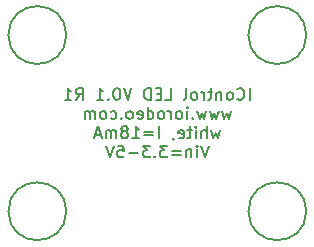
<source format=gbr>
%TF.GenerationSoftware,KiCad,Pcbnew,7.0.2-6a45011f42~172~ubuntu22.04.1*%
%TF.CreationDate,2023-09-15T12:56:15-07:00*%
%TF.ProjectId,i_control_led,695f636f-6e74-4726-9f6c-5f6c65642e6b,rev?*%
%TF.SameCoordinates,Original*%
%TF.FileFunction,Legend,Bot*%
%TF.FilePolarity,Positive*%
%FSLAX46Y46*%
G04 Gerber Fmt 4.6, Leading zero omitted, Abs format (unit mm)*
G04 Created by KiCad (PCBNEW 7.0.2-6a45011f42~172~ubuntu22.04.1) date 2023-09-15 12:56:15*
%MOMM*%
%LPD*%
G01*
G04 APERTURE LIST*
%ADD10C,0.150000*%
G04 APERTURE END LIST*
D10*
X70509524Y-58032619D02*
X70509524Y-57032619D01*
X69461906Y-57937380D02*
X69509525Y-57985000D01*
X69509525Y-57985000D02*
X69652382Y-58032619D01*
X69652382Y-58032619D02*
X69747620Y-58032619D01*
X69747620Y-58032619D02*
X69890477Y-57985000D01*
X69890477Y-57985000D02*
X69985715Y-57889761D01*
X69985715Y-57889761D02*
X70033334Y-57794523D01*
X70033334Y-57794523D02*
X70080953Y-57604047D01*
X70080953Y-57604047D02*
X70080953Y-57461190D01*
X70080953Y-57461190D02*
X70033334Y-57270714D01*
X70033334Y-57270714D02*
X69985715Y-57175476D01*
X69985715Y-57175476D02*
X69890477Y-57080238D01*
X69890477Y-57080238D02*
X69747620Y-57032619D01*
X69747620Y-57032619D02*
X69652382Y-57032619D01*
X69652382Y-57032619D02*
X69509525Y-57080238D01*
X69509525Y-57080238D02*
X69461906Y-57127857D01*
X68890477Y-58032619D02*
X68985715Y-57985000D01*
X68985715Y-57985000D02*
X69033334Y-57937380D01*
X69033334Y-57937380D02*
X69080953Y-57842142D01*
X69080953Y-57842142D02*
X69080953Y-57556428D01*
X69080953Y-57556428D02*
X69033334Y-57461190D01*
X69033334Y-57461190D02*
X68985715Y-57413571D01*
X68985715Y-57413571D02*
X68890477Y-57365952D01*
X68890477Y-57365952D02*
X68747620Y-57365952D01*
X68747620Y-57365952D02*
X68652382Y-57413571D01*
X68652382Y-57413571D02*
X68604763Y-57461190D01*
X68604763Y-57461190D02*
X68557144Y-57556428D01*
X68557144Y-57556428D02*
X68557144Y-57842142D01*
X68557144Y-57842142D02*
X68604763Y-57937380D01*
X68604763Y-57937380D02*
X68652382Y-57985000D01*
X68652382Y-57985000D02*
X68747620Y-58032619D01*
X68747620Y-58032619D02*
X68890477Y-58032619D01*
X68128572Y-57365952D02*
X68128572Y-58032619D01*
X68128572Y-57461190D02*
X68080953Y-57413571D01*
X68080953Y-57413571D02*
X67985715Y-57365952D01*
X67985715Y-57365952D02*
X67842858Y-57365952D01*
X67842858Y-57365952D02*
X67747620Y-57413571D01*
X67747620Y-57413571D02*
X67700001Y-57508809D01*
X67700001Y-57508809D02*
X67700001Y-58032619D01*
X67366667Y-57365952D02*
X66985715Y-57365952D01*
X67223810Y-57032619D02*
X67223810Y-57889761D01*
X67223810Y-57889761D02*
X67176191Y-57985000D01*
X67176191Y-57985000D02*
X67080953Y-58032619D01*
X67080953Y-58032619D02*
X66985715Y-58032619D01*
X66652381Y-58032619D02*
X66652381Y-57365952D01*
X66652381Y-57556428D02*
X66604762Y-57461190D01*
X66604762Y-57461190D02*
X66557143Y-57413571D01*
X66557143Y-57413571D02*
X66461905Y-57365952D01*
X66461905Y-57365952D02*
X66366667Y-57365952D01*
X65890476Y-58032619D02*
X65985714Y-57985000D01*
X65985714Y-57985000D02*
X66033333Y-57937380D01*
X66033333Y-57937380D02*
X66080952Y-57842142D01*
X66080952Y-57842142D02*
X66080952Y-57556428D01*
X66080952Y-57556428D02*
X66033333Y-57461190D01*
X66033333Y-57461190D02*
X65985714Y-57413571D01*
X65985714Y-57413571D02*
X65890476Y-57365952D01*
X65890476Y-57365952D02*
X65747619Y-57365952D01*
X65747619Y-57365952D02*
X65652381Y-57413571D01*
X65652381Y-57413571D02*
X65604762Y-57461190D01*
X65604762Y-57461190D02*
X65557143Y-57556428D01*
X65557143Y-57556428D02*
X65557143Y-57842142D01*
X65557143Y-57842142D02*
X65604762Y-57937380D01*
X65604762Y-57937380D02*
X65652381Y-57985000D01*
X65652381Y-57985000D02*
X65747619Y-58032619D01*
X65747619Y-58032619D02*
X65890476Y-58032619D01*
X64985714Y-58032619D02*
X65080952Y-57985000D01*
X65080952Y-57985000D02*
X65128571Y-57889761D01*
X65128571Y-57889761D02*
X65128571Y-57032619D01*
X63366666Y-58032619D02*
X63842856Y-58032619D01*
X63842856Y-58032619D02*
X63842856Y-57032619D01*
X63033332Y-57508809D02*
X62699999Y-57508809D01*
X62557142Y-58032619D02*
X63033332Y-58032619D01*
X63033332Y-58032619D02*
X63033332Y-57032619D01*
X63033332Y-57032619D02*
X62557142Y-57032619D01*
X62128570Y-58032619D02*
X62128570Y-57032619D01*
X62128570Y-57032619D02*
X61890475Y-57032619D01*
X61890475Y-57032619D02*
X61747618Y-57080238D01*
X61747618Y-57080238D02*
X61652380Y-57175476D01*
X61652380Y-57175476D02*
X61604761Y-57270714D01*
X61604761Y-57270714D02*
X61557142Y-57461190D01*
X61557142Y-57461190D02*
X61557142Y-57604047D01*
X61557142Y-57604047D02*
X61604761Y-57794523D01*
X61604761Y-57794523D02*
X61652380Y-57889761D01*
X61652380Y-57889761D02*
X61747618Y-57985000D01*
X61747618Y-57985000D02*
X61890475Y-58032619D01*
X61890475Y-58032619D02*
X62128570Y-58032619D01*
X60509522Y-57032619D02*
X60176189Y-58032619D01*
X60176189Y-58032619D02*
X59842856Y-57032619D01*
X59319046Y-57032619D02*
X59223808Y-57032619D01*
X59223808Y-57032619D02*
X59128570Y-57080238D01*
X59128570Y-57080238D02*
X59080951Y-57127857D01*
X59080951Y-57127857D02*
X59033332Y-57223095D01*
X59033332Y-57223095D02*
X58985713Y-57413571D01*
X58985713Y-57413571D02*
X58985713Y-57651666D01*
X58985713Y-57651666D02*
X59033332Y-57842142D01*
X59033332Y-57842142D02*
X59080951Y-57937380D01*
X59080951Y-57937380D02*
X59128570Y-57985000D01*
X59128570Y-57985000D02*
X59223808Y-58032619D01*
X59223808Y-58032619D02*
X59319046Y-58032619D01*
X59319046Y-58032619D02*
X59414284Y-57985000D01*
X59414284Y-57985000D02*
X59461903Y-57937380D01*
X59461903Y-57937380D02*
X59509522Y-57842142D01*
X59509522Y-57842142D02*
X59557141Y-57651666D01*
X59557141Y-57651666D02*
X59557141Y-57413571D01*
X59557141Y-57413571D02*
X59509522Y-57223095D01*
X59509522Y-57223095D02*
X59461903Y-57127857D01*
X59461903Y-57127857D02*
X59414284Y-57080238D01*
X59414284Y-57080238D02*
X59319046Y-57032619D01*
X58557141Y-57937380D02*
X58509522Y-57985000D01*
X58509522Y-57985000D02*
X58557141Y-58032619D01*
X58557141Y-58032619D02*
X58604760Y-57985000D01*
X58604760Y-57985000D02*
X58557141Y-57937380D01*
X58557141Y-57937380D02*
X58557141Y-58032619D01*
X57557142Y-58032619D02*
X58128570Y-58032619D01*
X57842856Y-58032619D02*
X57842856Y-57032619D01*
X57842856Y-57032619D02*
X57938094Y-57175476D01*
X57938094Y-57175476D02*
X58033332Y-57270714D01*
X58033332Y-57270714D02*
X58128570Y-57318333D01*
X55795237Y-58032619D02*
X56128570Y-57556428D01*
X56366665Y-58032619D02*
X56366665Y-57032619D01*
X56366665Y-57032619D02*
X55985713Y-57032619D01*
X55985713Y-57032619D02*
X55890475Y-57080238D01*
X55890475Y-57080238D02*
X55842856Y-57127857D01*
X55842856Y-57127857D02*
X55795237Y-57223095D01*
X55795237Y-57223095D02*
X55795237Y-57365952D01*
X55795237Y-57365952D02*
X55842856Y-57461190D01*
X55842856Y-57461190D02*
X55890475Y-57508809D01*
X55890475Y-57508809D02*
X55985713Y-57556428D01*
X55985713Y-57556428D02*
X56366665Y-57556428D01*
X54842856Y-58032619D02*
X55414284Y-58032619D01*
X55128570Y-58032619D02*
X55128570Y-57032619D01*
X55128570Y-57032619D02*
X55223808Y-57175476D01*
X55223808Y-57175476D02*
X55319046Y-57270714D01*
X55319046Y-57270714D02*
X55414284Y-57318333D01*
X68938094Y-58985952D02*
X68747618Y-59652619D01*
X68747618Y-59652619D02*
X68557142Y-59176428D01*
X68557142Y-59176428D02*
X68366666Y-59652619D01*
X68366666Y-59652619D02*
X68176190Y-58985952D01*
X67890475Y-58985952D02*
X67699999Y-59652619D01*
X67699999Y-59652619D02*
X67509523Y-59176428D01*
X67509523Y-59176428D02*
X67319047Y-59652619D01*
X67319047Y-59652619D02*
X67128571Y-58985952D01*
X66842856Y-58985952D02*
X66652380Y-59652619D01*
X66652380Y-59652619D02*
X66461904Y-59176428D01*
X66461904Y-59176428D02*
X66271428Y-59652619D01*
X66271428Y-59652619D02*
X66080952Y-58985952D01*
X65699999Y-59557380D02*
X65652380Y-59605000D01*
X65652380Y-59605000D02*
X65699999Y-59652619D01*
X65699999Y-59652619D02*
X65747618Y-59605000D01*
X65747618Y-59605000D02*
X65699999Y-59557380D01*
X65699999Y-59557380D02*
X65699999Y-59652619D01*
X65223809Y-59652619D02*
X65223809Y-58985952D01*
X65223809Y-58652619D02*
X65271428Y-58700238D01*
X65271428Y-58700238D02*
X65223809Y-58747857D01*
X65223809Y-58747857D02*
X65176190Y-58700238D01*
X65176190Y-58700238D02*
X65223809Y-58652619D01*
X65223809Y-58652619D02*
X65223809Y-58747857D01*
X64604762Y-59652619D02*
X64700000Y-59605000D01*
X64700000Y-59605000D02*
X64747619Y-59557380D01*
X64747619Y-59557380D02*
X64795238Y-59462142D01*
X64795238Y-59462142D02*
X64795238Y-59176428D01*
X64795238Y-59176428D02*
X64747619Y-59081190D01*
X64747619Y-59081190D02*
X64700000Y-59033571D01*
X64700000Y-59033571D02*
X64604762Y-58985952D01*
X64604762Y-58985952D02*
X64461905Y-58985952D01*
X64461905Y-58985952D02*
X64366667Y-59033571D01*
X64366667Y-59033571D02*
X64319048Y-59081190D01*
X64319048Y-59081190D02*
X64271429Y-59176428D01*
X64271429Y-59176428D02*
X64271429Y-59462142D01*
X64271429Y-59462142D02*
X64319048Y-59557380D01*
X64319048Y-59557380D02*
X64366667Y-59605000D01*
X64366667Y-59605000D02*
X64461905Y-59652619D01*
X64461905Y-59652619D02*
X64604762Y-59652619D01*
X63842857Y-59652619D02*
X63842857Y-58985952D01*
X63842857Y-59176428D02*
X63795238Y-59081190D01*
X63795238Y-59081190D02*
X63747619Y-59033571D01*
X63747619Y-59033571D02*
X63652381Y-58985952D01*
X63652381Y-58985952D02*
X63557143Y-58985952D01*
X63080952Y-59652619D02*
X63176190Y-59605000D01*
X63176190Y-59605000D02*
X63223809Y-59557380D01*
X63223809Y-59557380D02*
X63271428Y-59462142D01*
X63271428Y-59462142D02*
X63271428Y-59176428D01*
X63271428Y-59176428D02*
X63223809Y-59081190D01*
X63223809Y-59081190D02*
X63176190Y-59033571D01*
X63176190Y-59033571D02*
X63080952Y-58985952D01*
X63080952Y-58985952D02*
X62938095Y-58985952D01*
X62938095Y-58985952D02*
X62842857Y-59033571D01*
X62842857Y-59033571D02*
X62795238Y-59081190D01*
X62795238Y-59081190D02*
X62747619Y-59176428D01*
X62747619Y-59176428D02*
X62747619Y-59462142D01*
X62747619Y-59462142D02*
X62795238Y-59557380D01*
X62795238Y-59557380D02*
X62842857Y-59605000D01*
X62842857Y-59605000D02*
X62938095Y-59652619D01*
X62938095Y-59652619D02*
X63080952Y-59652619D01*
X61890476Y-59652619D02*
X61890476Y-58652619D01*
X61890476Y-59605000D02*
X61985714Y-59652619D01*
X61985714Y-59652619D02*
X62176190Y-59652619D01*
X62176190Y-59652619D02*
X62271428Y-59605000D01*
X62271428Y-59605000D02*
X62319047Y-59557380D01*
X62319047Y-59557380D02*
X62366666Y-59462142D01*
X62366666Y-59462142D02*
X62366666Y-59176428D01*
X62366666Y-59176428D02*
X62319047Y-59081190D01*
X62319047Y-59081190D02*
X62271428Y-59033571D01*
X62271428Y-59033571D02*
X62176190Y-58985952D01*
X62176190Y-58985952D02*
X61985714Y-58985952D01*
X61985714Y-58985952D02*
X61890476Y-59033571D01*
X61033333Y-59605000D02*
X61128571Y-59652619D01*
X61128571Y-59652619D02*
X61319047Y-59652619D01*
X61319047Y-59652619D02*
X61414285Y-59605000D01*
X61414285Y-59605000D02*
X61461904Y-59509761D01*
X61461904Y-59509761D02*
X61461904Y-59128809D01*
X61461904Y-59128809D02*
X61414285Y-59033571D01*
X61414285Y-59033571D02*
X61319047Y-58985952D01*
X61319047Y-58985952D02*
X61128571Y-58985952D01*
X61128571Y-58985952D02*
X61033333Y-59033571D01*
X61033333Y-59033571D02*
X60985714Y-59128809D01*
X60985714Y-59128809D02*
X60985714Y-59224047D01*
X60985714Y-59224047D02*
X61461904Y-59319285D01*
X60414285Y-59652619D02*
X60509523Y-59605000D01*
X60509523Y-59605000D02*
X60557142Y-59557380D01*
X60557142Y-59557380D02*
X60604761Y-59462142D01*
X60604761Y-59462142D02*
X60604761Y-59176428D01*
X60604761Y-59176428D02*
X60557142Y-59081190D01*
X60557142Y-59081190D02*
X60509523Y-59033571D01*
X60509523Y-59033571D02*
X60414285Y-58985952D01*
X60414285Y-58985952D02*
X60271428Y-58985952D01*
X60271428Y-58985952D02*
X60176190Y-59033571D01*
X60176190Y-59033571D02*
X60128571Y-59081190D01*
X60128571Y-59081190D02*
X60080952Y-59176428D01*
X60080952Y-59176428D02*
X60080952Y-59462142D01*
X60080952Y-59462142D02*
X60128571Y-59557380D01*
X60128571Y-59557380D02*
X60176190Y-59605000D01*
X60176190Y-59605000D02*
X60271428Y-59652619D01*
X60271428Y-59652619D02*
X60414285Y-59652619D01*
X59652380Y-59557380D02*
X59604761Y-59605000D01*
X59604761Y-59605000D02*
X59652380Y-59652619D01*
X59652380Y-59652619D02*
X59699999Y-59605000D01*
X59699999Y-59605000D02*
X59652380Y-59557380D01*
X59652380Y-59557380D02*
X59652380Y-59652619D01*
X58747619Y-59605000D02*
X58842857Y-59652619D01*
X58842857Y-59652619D02*
X59033333Y-59652619D01*
X59033333Y-59652619D02*
X59128571Y-59605000D01*
X59128571Y-59605000D02*
X59176190Y-59557380D01*
X59176190Y-59557380D02*
X59223809Y-59462142D01*
X59223809Y-59462142D02*
X59223809Y-59176428D01*
X59223809Y-59176428D02*
X59176190Y-59081190D01*
X59176190Y-59081190D02*
X59128571Y-59033571D01*
X59128571Y-59033571D02*
X59033333Y-58985952D01*
X59033333Y-58985952D02*
X58842857Y-58985952D01*
X58842857Y-58985952D02*
X58747619Y-59033571D01*
X58176190Y-59652619D02*
X58271428Y-59605000D01*
X58271428Y-59605000D02*
X58319047Y-59557380D01*
X58319047Y-59557380D02*
X58366666Y-59462142D01*
X58366666Y-59462142D02*
X58366666Y-59176428D01*
X58366666Y-59176428D02*
X58319047Y-59081190D01*
X58319047Y-59081190D02*
X58271428Y-59033571D01*
X58271428Y-59033571D02*
X58176190Y-58985952D01*
X58176190Y-58985952D02*
X58033333Y-58985952D01*
X58033333Y-58985952D02*
X57938095Y-59033571D01*
X57938095Y-59033571D02*
X57890476Y-59081190D01*
X57890476Y-59081190D02*
X57842857Y-59176428D01*
X57842857Y-59176428D02*
X57842857Y-59462142D01*
X57842857Y-59462142D02*
X57890476Y-59557380D01*
X57890476Y-59557380D02*
X57938095Y-59605000D01*
X57938095Y-59605000D02*
X58033333Y-59652619D01*
X58033333Y-59652619D02*
X58176190Y-59652619D01*
X57414285Y-59652619D02*
X57414285Y-58985952D01*
X57414285Y-59081190D02*
X57366666Y-59033571D01*
X57366666Y-59033571D02*
X57271428Y-58985952D01*
X57271428Y-58985952D02*
X57128571Y-58985952D01*
X57128571Y-58985952D02*
X57033333Y-59033571D01*
X57033333Y-59033571D02*
X56985714Y-59128809D01*
X56985714Y-59128809D02*
X56985714Y-59652619D01*
X56985714Y-59128809D02*
X56938095Y-59033571D01*
X56938095Y-59033571D02*
X56842857Y-58985952D01*
X56842857Y-58985952D02*
X56700000Y-58985952D01*
X56700000Y-58985952D02*
X56604761Y-59033571D01*
X56604761Y-59033571D02*
X56557142Y-59128809D01*
X56557142Y-59128809D02*
X56557142Y-59652619D01*
X68009522Y-60605952D02*
X67819046Y-61272619D01*
X67819046Y-61272619D02*
X67628570Y-60796428D01*
X67628570Y-60796428D02*
X67438094Y-61272619D01*
X67438094Y-61272619D02*
X67247618Y-60605952D01*
X66866665Y-61272619D02*
X66866665Y-60272619D01*
X66438094Y-61272619D02*
X66438094Y-60748809D01*
X66438094Y-60748809D02*
X66485713Y-60653571D01*
X66485713Y-60653571D02*
X66580951Y-60605952D01*
X66580951Y-60605952D02*
X66723808Y-60605952D01*
X66723808Y-60605952D02*
X66819046Y-60653571D01*
X66819046Y-60653571D02*
X66866665Y-60701190D01*
X65961903Y-61272619D02*
X65961903Y-60605952D01*
X65961903Y-60272619D02*
X66009522Y-60320238D01*
X66009522Y-60320238D02*
X65961903Y-60367857D01*
X65961903Y-60367857D02*
X65914284Y-60320238D01*
X65914284Y-60320238D02*
X65961903Y-60272619D01*
X65961903Y-60272619D02*
X65961903Y-60367857D01*
X65628570Y-60605952D02*
X65247618Y-60605952D01*
X65485713Y-60272619D02*
X65485713Y-61129761D01*
X65485713Y-61129761D02*
X65438094Y-61225000D01*
X65438094Y-61225000D02*
X65342856Y-61272619D01*
X65342856Y-61272619D02*
X65247618Y-61272619D01*
X64533332Y-61225000D02*
X64628570Y-61272619D01*
X64628570Y-61272619D02*
X64819046Y-61272619D01*
X64819046Y-61272619D02*
X64914284Y-61225000D01*
X64914284Y-61225000D02*
X64961903Y-61129761D01*
X64961903Y-61129761D02*
X64961903Y-60748809D01*
X64961903Y-60748809D02*
X64914284Y-60653571D01*
X64914284Y-60653571D02*
X64819046Y-60605952D01*
X64819046Y-60605952D02*
X64628570Y-60605952D01*
X64628570Y-60605952D02*
X64533332Y-60653571D01*
X64533332Y-60653571D02*
X64485713Y-60748809D01*
X64485713Y-60748809D02*
X64485713Y-60844047D01*
X64485713Y-60844047D02*
X64961903Y-60939285D01*
X64009522Y-61225000D02*
X64009522Y-61272619D01*
X64009522Y-61272619D02*
X64057141Y-61367857D01*
X64057141Y-61367857D02*
X64104760Y-61415476D01*
X62819046Y-61272619D02*
X62819046Y-60272619D01*
X62342856Y-60748809D02*
X61580952Y-60748809D01*
X61580952Y-61034523D02*
X62342856Y-61034523D01*
X60580952Y-61272619D02*
X61152380Y-61272619D01*
X60866666Y-61272619D02*
X60866666Y-60272619D01*
X60866666Y-60272619D02*
X60961904Y-60415476D01*
X60961904Y-60415476D02*
X61057142Y-60510714D01*
X61057142Y-60510714D02*
X61152380Y-60558333D01*
X60009523Y-60701190D02*
X60104761Y-60653571D01*
X60104761Y-60653571D02*
X60152380Y-60605952D01*
X60152380Y-60605952D02*
X60199999Y-60510714D01*
X60199999Y-60510714D02*
X60199999Y-60463095D01*
X60199999Y-60463095D02*
X60152380Y-60367857D01*
X60152380Y-60367857D02*
X60104761Y-60320238D01*
X60104761Y-60320238D02*
X60009523Y-60272619D01*
X60009523Y-60272619D02*
X59819047Y-60272619D01*
X59819047Y-60272619D02*
X59723809Y-60320238D01*
X59723809Y-60320238D02*
X59676190Y-60367857D01*
X59676190Y-60367857D02*
X59628571Y-60463095D01*
X59628571Y-60463095D02*
X59628571Y-60510714D01*
X59628571Y-60510714D02*
X59676190Y-60605952D01*
X59676190Y-60605952D02*
X59723809Y-60653571D01*
X59723809Y-60653571D02*
X59819047Y-60701190D01*
X59819047Y-60701190D02*
X60009523Y-60701190D01*
X60009523Y-60701190D02*
X60104761Y-60748809D01*
X60104761Y-60748809D02*
X60152380Y-60796428D01*
X60152380Y-60796428D02*
X60199999Y-60891666D01*
X60199999Y-60891666D02*
X60199999Y-61082142D01*
X60199999Y-61082142D02*
X60152380Y-61177380D01*
X60152380Y-61177380D02*
X60104761Y-61225000D01*
X60104761Y-61225000D02*
X60009523Y-61272619D01*
X60009523Y-61272619D02*
X59819047Y-61272619D01*
X59819047Y-61272619D02*
X59723809Y-61225000D01*
X59723809Y-61225000D02*
X59676190Y-61177380D01*
X59676190Y-61177380D02*
X59628571Y-61082142D01*
X59628571Y-61082142D02*
X59628571Y-60891666D01*
X59628571Y-60891666D02*
X59676190Y-60796428D01*
X59676190Y-60796428D02*
X59723809Y-60748809D01*
X59723809Y-60748809D02*
X59819047Y-60701190D01*
X59199999Y-61272619D02*
X59199999Y-60605952D01*
X59199999Y-60701190D02*
X59152380Y-60653571D01*
X59152380Y-60653571D02*
X59057142Y-60605952D01*
X59057142Y-60605952D02*
X58914285Y-60605952D01*
X58914285Y-60605952D02*
X58819047Y-60653571D01*
X58819047Y-60653571D02*
X58771428Y-60748809D01*
X58771428Y-60748809D02*
X58771428Y-61272619D01*
X58771428Y-60748809D02*
X58723809Y-60653571D01*
X58723809Y-60653571D02*
X58628571Y-60605952D01*
X58628571Y-60605952D02*
X58485714Y-60605952D01*
X58485714Y-60605952D02*
X58390475Y-60653571D01*
X58390475Y-60653571D02*
X58342856Y-60748809D01*
X58342856Y-60748809D02*
X58342856Y-61272619D01*
X57914285Y-60986904D02*
X57438095Y-60986904D01*
X58009523Y-61272619D02*
X57676190Y-60272619D01*
X57676190Y-60272619D02*
X57342857Y-61272619D01*
X67057141Y-61892619D02*
X66723808Y-62892619D01*
X66723808Y-62892619D02*
X66390475Y-61892619D01*
X66057141Y-62892619D02*
X66057141Y-62225952D01*
X66057141Y-61892619D02*
X66104760Y-61940238D01*
X66104760Y-61940238D02*
X66057141Y-61987857D01*
X66057141Y-61987857D02*
X66009522Y-61940238D01*
X66009522Y-61940238D02*
X66057141Y-61892619D01*
X66057141Y-61892619D02*
X66057141Y-61987857D01*
X65580951Y-62225952D02*
X65580951Y-62892619D01*
X65580951Y-62321190D02*
X65533332Y-62273571D01*
X65533332Y-62273571D02*
X65438094Y-62225952D01*
X65438094Y-62225952D02*
X65295237Y-62225952D01*
X65295237Y-62225952D02*
X65199999Y-62273571D01*
X65199999Y-62273571D02*
X65152380Y-62368809D01*
X65152380Y-62368809D02*
X65152380Y-62892619D01*
X64676189Y-62368809D02*
X63914285Y-62368809D01*
X63914285Y-62654523D02*
X64676189Y-62654523D01*
X63533332Y-61892619D02*
X62914285Y-61892619D01*
X62914285Y-61892619D02*
X63247618Y-62273571D01*
X63247618Y-62273571D02*
X63104761Y-62273571D01*
X63104761Y-62273571D02*
X63009523Y-62321190D01*
X63009523Y-62321190D02*
X62961904Y-62368809D01*
X62961904Y-62368809D02*
X62914285Y-62464047D01*
X62914285Y-62464047D02*
X62914285Y-62702142D01*
X62914285Y-62702142D02*
X62961904Y-62797380D01*
X62961904Y-62797380D02*
X63009523Y-62845000D01*
X63009523Y-62845000D02*
X63104761Y-62892619D01*
X63104761Y-62892619D02*
X63390475Y-62892619D01*
X63390475Y-62892619D02*
X63485713Y-62845000D01*
X63485713Y-62845000D02*
X63533332Y-62797380D01*
X62485713Y-62797380D02*
X62438094Y-62845000D01*
X62438094Y-62845000D02*
X62485713Y-62892619D01*
X62485713Y-62892619D02*
X62533332Y-62845000D01*
X62533332Y-62845000D02*
X62485713Y-62797380D01*
X62485713Y-62797380D02*
X62485713Y-62892619D01*
X62104761Y-61892619D02*
X61485714Y-61892619D01*
X61485714Y-61892619D02*
X61819047Y-62273571D01*
X61819047Y-62273571D02*
X61676190Y-62273571D01*
X61676190Y-62273571D02*
X61580952Y-62321190D01*
X61580952Y-62321190D02*
X61533333Y-62368809D01*
X61533333Y-62368809D02*
X61485714Y-62464047D01*
X61485714Y-62464047D02*
X61485714Y-62702142D01*
X61485714Y-62702142D02*
X61533333Y-62797380D01*
X61533333Y-62797380D02*
X61580952Y-62845000D01*
X61580952Y-62845000D02*
X61676190Y-62892619D01*
X61676190Y-62892619D02*
X61961904Y-62892619D01*
X61961904Y-62892619D02*
X62057142Y-62845000D01*
X62057142Y-62845000D02*
X62104761Y-62797380D01*
X61057142Y-62511666D02*
X60295238Y-62511666D01*
X59342857Y-61892619D02*
X59819047Y-61892619D01*
X59819047Y-61892619D02*
X59866666Y-62368809D01*
X59866666Y-62368809D02*
X59819047Y-62321190D01*
X59819047Y-62321190D02*
X59723809Y-62273571D01*
X59723809Y-62273571D02*
X59485714Y-62273571D01*
X59485714Y-62273571D02*
X59390476Y-62321190D01*
X59390476Y-62321190D02*
X59342857Y-62368809D01*
X59342857Y-62368809D02*
X59295238Y-62464047D01*
X59295238Y-62464047D02*
X59295238Y-62702142D01*
X59295238Y-62702142D02*
X59342857Y-62797380D01*
X59342857Y-62797380D02*
X59390476Y-62845000D01*
X59390476Y-62845000D02*
X59485714Y-62892619D01*
X59485714Y-62892619D02*
X59723809Y-62892619D01*
X59723809Y-62892619D02*
X59819047Y-62845000D01*
X59819047Y-62845000D02*
X59866666Y-62797380D01*
X59009523Y-61892619D02*
X58676190Y-62892619D01*
X58676190Y-62892619D02*
X58342857Y-61892619D01*
%TO.C,M1*%
X54990000Y-52540000D02*
G75*
G03*
X54990000Y-52540000I-2450000J0D01*
G01*
%TO.C,M2*%
X75310000Y-52540000D02*
G75*
G03*
X75310000Y-52540000I-2450000J0D01*
G01*
%TO.C,M3*%
X75310000Y-67460000D02*
G75*
G03*
X75310000Y-67460000I-2450000J0D01*
G01*
%TO.C,M4*%
X54990000Y-67460000D02*
G75*
G03*
X54990000Y-67460000I-2450000J0D01*
G01*
%TD*%
M02*

</source>
